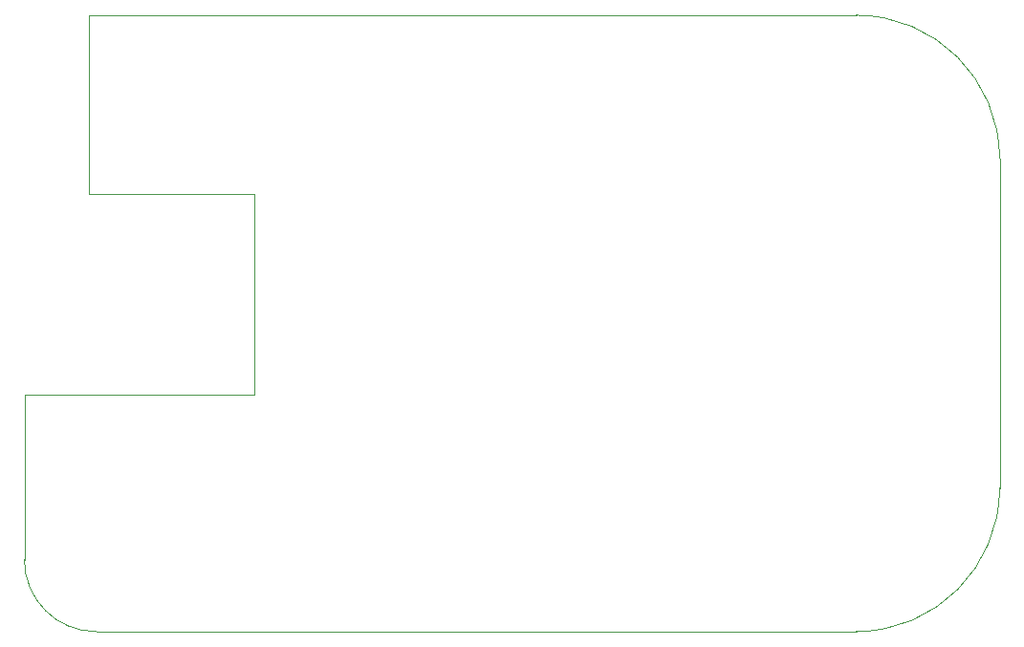
<source format=gbr>
%TF.GenerationSoftware,KiCad,Pcbnew,(6.0.9)*%
%TF.CreationDate,2022-12-18T22:03:13-05:00*%
%TF.ProjectId,cape,63617065-2e6b-4696-9361-645f70636258,rev?*%
%TF.SameCoordinates,Original*%
%TF.FileFunction,Profile,NP*%
%FSLAX46Y46*%
G04 Gerber Fmt 4.6, Leading zero omitted, Abs format (unit mm)*
G04 Created by KiCad (PCBNEW (6.0.9)) date 2022-12-18 22:03:13*
%MOMM*%
%LPD*%
G01*
G04 APERTURE LIST*
%TA.AperFunction,Profile*%
%ADD10C,0.002540*%
%TD*%
G04 APERTURE END LIST*
D10*
X100000000Y-93650000D02*
G75*
G03*
X106350000Y-100000000I6350000J0D01*
G01*
X186360000Y-87300000D02*
X186360000Y-58090000D01*
X106350000Y-100000000D02*
X173660000Y-100000000D01*
X120320000Y-79045000D02*
X100000000Y-79045000D01*
X105715000Y-45390000D02*
X105715000Y-61265000D01*
X100000000Y-79045000D02*
X100000000Y-93650000D01*
X173660000Y-45390000D02*
X105715000Y-45390000D01*
X173660000Y-100000000D02*
G75*
G03*
X186360000Y-87300000I0J12700000D01*
G01*
X186360000Y-58090000D02*
G75*
G03*
X173660000Y-45390000I-12700000J0D01*
G01*
X120320000Y-61265000D02*
X120320000Y-79045000D01*
X105715000Y-61265000D02*
X120320000Y-61265000D01*
M02*

</source>
